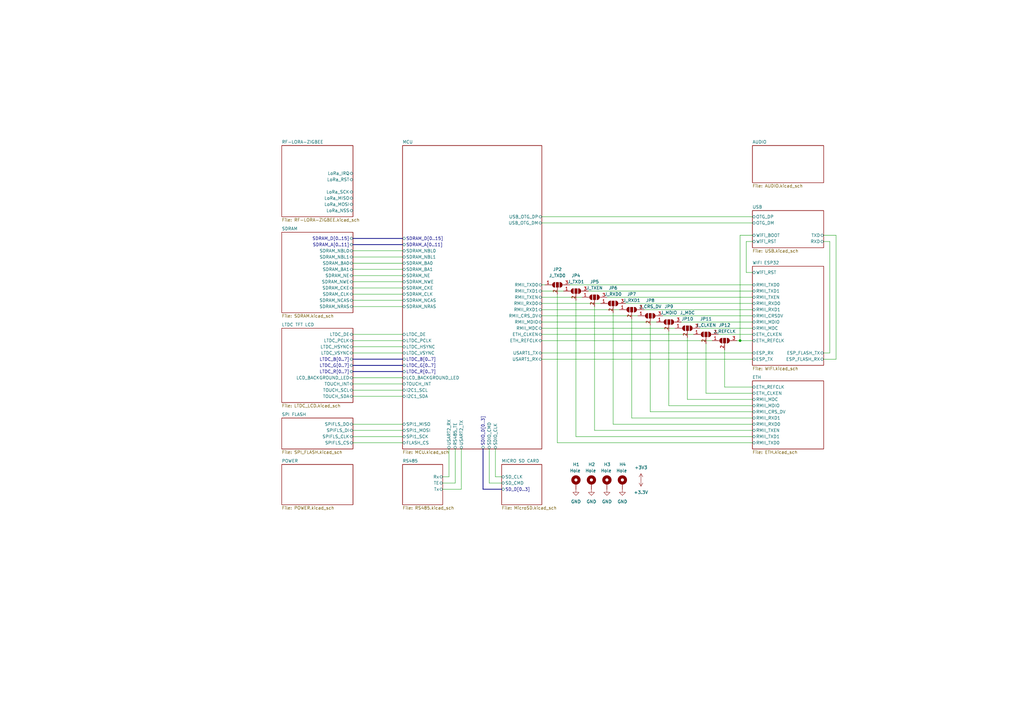
<source format=kicad_sch>
(kicad_sch (version 20211123) (generator eeschema)
  (paper "A3")
  (lib_symbols
    (symbol "Jumper:SolderJumper_3_Open" (pin_names (offset 0) hide)
      (property "Reference" "JP" (at -2.54 -2.54 0))
      (property "Value" "SolderJumper_3_Open" (at 0 2.794 0))
      (symbol "SolderJumper_3_Open_0_1"
        (arc (start -1.016 1.016) (mid -2.032 0) (end -1.016 -1.016))
        (arc (start -1.016 1.016) (mid -2.032 0) (end -1.016 -1.016) (fill (type outline)))
        (rectangle (start -0.508 1.016) (end 0.508 -1.016) (fill (type outline)))
        (polyline (pts (xy -2.54 0) (xy -2.032 0)))
        (polyline (pts (xy -1.016 1.016) (xy -1.016 -1.016)))
        (polyline (pts (xy 0 -1.27) (xy 0 -1.016)))
        (polyline (pts (xy 1.016 1.016) (xy 1.016 -1.016)))
        (polyline (pts (xy 2.54 0) (xy 2.032 0)))
        (arc (start 1.016 -1.016) (mid 2.032 0) (end 1.016 1.016))
        (arc (start 1.016 -1.016) (mid 2.032 0) (end 1.016 1.016) (fill (type outline)))
      )
      (symbol "SolderJumper_3_Open_1_1"
        (pin passive line (at -5.08 0 0) (length 2.54) (name "A") (number "1"))
        (pin passive line (at 0 -3.81 90) (length 2.54) (name "C") (number "2"))
        (pin passive line (at 5.08 0 180) (length 2.54) (name "B") (number "3"))
      )
    )
    (symbol "Mechanical:MountingHole_Pad" (pin_numbers hide) (pin_names (offset 1.016) hide)
      (property "Reference" "H" (at 0 6.35 0))
      (property "Value" "MountingHole_Pad" (at 0 4.445 0))
      (symbol "MountingHole_Pad_0_1"
        (circle (center 0 1.27) (radius 1.27) (stroke (width 1.27)))
      )
      (symbol "MountingHole_Pad_1_1"
        (pin input line (at 0 -2.54 90) (length 2.54) (name "1") (number "1"))
      )
    )
    (symbol "power:+3.3V" (power) (pin_names (offset 0))
      (property "Value" "+3.3V" (at 0 3.556 0))
      (symbol "+3.3V_0_1"
        (polyline (pts (xy -0.762 1.27) (xy 0 2.54)))
        (polyline (pts (xy 0 0) (xy 0 2.54)))
        (polyline (pts (xy 0 2.54) (xy 0.762 1.27)))
      )
      (symbol "+3.3V_1_1"
        (pin power_in line (at 0 0 90) (length 0) hide (name "+3.3V") (number "1"))
      )
    )
    (symbol "power:+3V3" (power) (pin_names (offset 0))
      (property "Value" "+3V3" (at 0 3.556 0))
      (symbol "+3V3_0_1"
        (polyline (pts (xy -0.762 1.27) (xy 0 2.54)))
        (polyline (pts (xy 0 0) (xy 0 2.54)))
        (polyline (pts (xy 0 2.54) (xy 0.762 1.27)))
      )
      (symbol "+3V3_1_1"
        (pin power_in line (at 0 0 90) (length 0) hide (name "+3V3") (number "1"))
      )
    )
    (symbol "power:GND" (power) (pin_names (offset 0))
      (property "Value" "GND" (at 0 -3.81 0))
      (symbol "GND_0_1"
        (polyline (pts (xy 0 0) (xy 0 -1.27) (xy 1.27 -1.27) (xy 0 -2.54) (xy -1.27 -1.27) (xy 0 -1.27)))
      )
      (symbol "GND_1_1"
        (pin power_in line (at 0 0 270) (length 0) hide (name "GND") (number "1"))
      )
    )
  )
  (junction (at 303.53 139.7))
  (wire (pts (xy 222.25 144.78) (xy 308.61 144.78)))
  (bus (pts (xy 144.78 147.32) (xy 165.1 147.32)))
  (wire (pts (xy 342.9 147.32) (xy 337.82 147.32)))
  (wire (pts (xy 144.78 110.49) (xy 165.1 110.49)))
  (wire (pts (xy 308.61 99.06) (xy 306.07 99.06)))
  (wire (pts (xy 222.25 127) (xy 254 127)))
  (bus (pts (xy 144.78 149.86) (xy 165.1 149.86)))
  (wire (pts (xy 222.25 134.62) (xy 276.86 134.62)))
  (wire (pts (xy 144.78 137.16) (xy 165.1 137.16)))
  (wire (pts (xy 251.46 128.27) (xy 251.46 173.99)))
  (wire (pts (xy 266.7 168.91) (xy 308.61 168.91)))
  (wire (pts (xy 222.25 88.9) (xy 308.61 88.9)))
  (wire (pts (xy 337.82 96.52) (xy 342.9 96.52)))
  (wire (pts (xy 144.78 113.03) (xy 165.1 113.03)))
  (wire (pts (xy 251.46 173.99) (xy 308.61 173.99)))
  (bus (pts (xy 198.12 184.15) (xy 198.12 200.66)))
  (wire (pts (xy 144.78 154.94) (xy 165.1 154.94)))
  (wire (pts (xy 308.61 171.45) (xy 259.08 171.45)))
  (wire (pts (xy 144.78 176.53) (xy 165.1 176.53)))
  (wire (pts (xy 264.16 127) (xy 308.61 127)))
  (wire (pts (xy 186.69 198.12) (xy 181.61 198.12)))
  (wire (pts (xy 144.78 105.41) (xy 165.1 105.41)))
  (wire (pts (xy 337.82 144.78) (xy 340.36 144.78)))
  (wire (pts (xy 222.25 91.44) (xy 308.61 91.44)))
  (wire (pts (xy 203.2 195.58) (xy 205.74 195.58)))
  (wire (pts (xy 306.07 99.06) (xy 306.07 111.76)))
  (wire (pts (xy 308.61 176.53) (xy 243.84 176.53)))
  (wire (pts (xy 144.78 118.11) (xy 165.1 118.11)))
  (wire (pts (xy 266.7 133.35) (xy 266.7 168.91)))
  (wire (pts (xy 222.25 116.84) (xy 223.52 116.84)))
  (wire (pts (xy 308.61 163.83) (xy 281.94 163.83)))
  (bus (pts (xy 144.78 152.4) (xy 165.1 152.4)))
  (wire (pts (xy 144.78 107.95) (xy 165.1 107.95)))
  (wire (pts (xy 287.02 134.62) (xy 308.61 134.62)))
  (wire (pts (xy 222.25 124.46) (xy 246.38 124.46)))
  (wire (pts (xy 200.66 184.15) (xy 200.66 198.12)))
  (wire (pts (xy 340.36 99.06) (xy 337.82 99.06)))
  (wire (pts (xy 144.78 157.48) (xy 165.1 157.48)))
  (wire (pts (xy 203.2 184.15) (xy 203.2 195.58)))
  (wire (pts (xy 222.25 132.08) (xy 269.24 132.08)))
  (wire (pts (xy 248.92 121.92) (xy 308.61 121.92)))
  (wire (pts (xy 144.78 160.02) (xy 165.1 160.02)))
  (wire (pts (xy 281.94 163.83) (xy 281.94 138.43)))
  (wire (pts (xy 294.64 137.16) (xy 308.61 137.16)))
  (wire (pts (xy 144.78 115.57) (xy 165.1 115.57)))
  (wire (pts (xy 289.56 161.29) (xy 289.56 140.97)))
  (wire (pts (xy 200.66 198.12) (xy 205.74 198.12)))
  (bus (pts (xy 144.78 100.33) (xy 165.1 100.33)))
  (wire (pts (xy 222.25 121.92) (xy 238.76 121.92)))
  (wire (pts (xy 144.78 181.61) (xy 165.1 181.61)))
  (wire (pts (xy 144.78 173.99) (xy 165.1 173.99)))
  (wire (pts (xy 144.78 102.87) (xy 165.1 102.87)))
  (wire (pts (xy 236.22 179.07) (xy 308.61 179.07)))
  (wire (pts (xy 186.69 184.15) (xy 186.69 198.12)))
  (wire (pts (xy 222.25 129.54) (xy 261.62 129.54)))
  (wire (pts (xy 308.61 158.75) (xy 297.18 158.75)))
  (wire (pts (xy 236.22 123.19) (xy 236.22 179.07)))
  (wire (pts (xy 259.08 171.45) (xy 259.08 130.81)))
  (wire (pts (xy 302.26 139.7) (xy 303.53 139.7)))
  (wire (pts (xy 279.4 132.08) (xy 308.61 132.08)))
  (wire (pts (xy 256.54 124.46) (xy 308.61 124.46)))
  (wire (pts (xy 241.3 119.38) (xy 308.61 119.38)))
  (wire (pts (xy 222.25 119.38) (xy 231.14 119.38)))
  (wire (pts (xy 297.18 158.75) (xy 297.18 143.51)))
  (wire (pts (xy 144.78 123.19) (xy 165.1 123.19)))
  (wire (pts (xy 308.61 161.29) (xy 289.56 161.29)))
  (wire (pts (xy 271.78 129.54) (xy 308.61 129.54)))
  (wire (pts (xy 144.78 139.7) (xy 165.1 139.7)))
  (wire (pts (xy 144.78 142.24) (xy 165.1 142.24)))
  (wire (pts (xy 184.15 184.15) (xy 184.15 195.58)))
  (wire (pts (xy 303.53 139.7) (xy 308.61 139.7)))
  (wire (pts (xy 144.78 162.56) (xy 165.1 162.56)))
  (wire (pts (xy 228.6 120.65) (xy 228.6 181.61)))
  (wire (pts (xy 340.36 144.78) (xy 340.36 99.06)))
  (wire (pts (xy 342.9 96.52) (xy 342.9 147.32)))
  (wire (pts (xy 228.6 181.61) (xy 308.61 181.61)))
  (wire (pts (xy 189.23 200.66) (xy 181.61 200.66)))
  (wire (pts (xy 144.78 179.07) (xy 165.1 179.07)))
  (wire (pts (xy 233.68 116.84) (xy 308.61 116.84)))
  (wire (pts (xy 303.53 96.52) (xy 303.53 139.7)))
  (wire (pts (xy 243.84 176.53) (xy 243.84 125.73)))
  (wire (pts (xy 222.25 137.16) (xy 284.48 137.16)))
  (wire (pts (xy 144.78 125.73) (xy 165.1 125.73)))
  (wire (pts (xy 222.25 147.32) (xy 308.61 147.32)))
  (wire (pts (xy 184.15 195.58) (xy 181.61 195.58)))
  (wire (pts (xy 144.78 144.78) (xy 165.1 144.78)))
  (wire (pts (xy 144.78 120.65) (xy 165.1 120.65)))
  (wire (pts (xy 222.25 139.7) (xy 292.1 139.7)))
  (wire (pts (xy 189.23 184.15) (xy 189.23 200.66)))
  (wire (pts (xy 306.07 111.76) (xy 308.61 111.76)))
  (wire (pts (xy 274.32 166.37) (xy 308.61 166.37)))
  (wire (pts (xy 308.61 96.52) (xy 303.53 96.52)))
  (bus (pts (xy 198.12 200.66) (xy 205.74 200.66)))
  (bus (pts (xy 144.78 97.79) (xy 165.1 97.79)))
  (wire (pts (xy 274.32 135.89) (xy 274.32 166.37)))
  (symbol (lib_id "Jumper:SolderJumper_3_Open") (at 297.18 139.7 0) (unit 1)
    (property "Reference" "JP12" (at 297.18 133.35 0))
    (property "Value" "J_REFCLK" (at 297.18 135.89 0))
    (property "Footprint" "Anh_Footprints:Jump3_0603_Open" (effects hide))
  )
  (symbol (lib_id "Mechanical:MountingHole_Pad") (at 248.92 198.12 0) (unit 1)
    (property "Reference" "H3" (at 247.65 190.5 0) (effects (justify left)))
    (property "Value" "Hole" (at 246.38 193.04 0) (effects (justify left)))
    (property "Footprint" "MountingHole:MountingHole_3.2mm_M3_Pad_Via" (effects hide))
  )
  (symbol (lib_id "Jumper:SolderJumper_3_Open") (at 266.7 129.54 0) (unit 1)
    (property "Reference" "JP8" (at 266.7 123.19 0))
    (property "Value" "J_CRS_DV" (at 266.7 125.73 0))
    (property "Footprint" "Anh_Footprints:Jump3_0603_Open" (effects hide))
  )
  (symbol (lib_id "Jumper:SolderJumper_3_Open") (at 289.56 137.16 0) (unit 1)
    (property "Reference" "JP11" (at 289.56 130.81 0))
    (property "Value" "J_CLKEN" (at 289.56 133.35 0))
    (property "Footprint" "Anh_Footprints:Jump3_0603_Open" (effects hide))
  )
  (symbol (lib_id "Jumper:SolderJumper_3_Open") (at 281.94 134.62 0) (unit 1)
    (property "Reference" "JP10" (at 281.94 130.81 0))
    (property "Value" "J_MDC" (at 281.94 128.27 0))
    (property "Footprint" "Anh_Footprints:Jump3_0603_Open" (effects hide))
  )
  (symbol (lib_id "power:GND") (at 255.27 200.66 0) (unit 1)
    (property "Reference" "#PWR0143" (effects hide))
    (property "Value" "GND" (at 255.27 205.74 0))
  )
  (symbol (lib_id "power:GND") (at 248.92 200.66 0) (unit 1)
    (property "Reference" "#PWR0140" (effects hide))
    (property "Value" "GND" (at 248.92 205.74 0))
  )
  (symbol (lib_id "Jumper:SolderJumper_3_Open") (at 236.22 119.38 0) (unit 1)
    (property "Reference" "JP4" (at 236.22 113.03 0))
    (property "Value" "J_TXD1" (at 236.22 115.57 0))
    (property "Footprint" "Anh_Footprints:Jump3_0603_Open" (effects hide))
  )
  (symbol (lib_id "power:+3.3V") (at 262.89 196.85 180) (unit 1)
    (property "Reference" "#PWR0184" (effects hide))
    (property "Value" "+3.3V" (at 262.89 201.93 0))
  )
  (symbol (lib_id "power:+3V3") (at 262.89 196.85 0) (unit 1)
    (property "Reference" "#PWR0183" (effects hide))
    (property "Value" "+3V3" (at 262.89 191.77 0))
  )
  (symbol (lib_id "Jumper:SolderJumper_3_Open") (at 228.6 116.84 0) (unit 1)
    (property "Reference" "JP2" (at 228.6 110.49 0))
    (property "Value" "J_TXD0" (at 228.6 113.03 0))
    (property "Footprint" "Anh_Footprints:Jump3_0603_Open" (effects hide))
  )
  (symbol (lib_id "Jumper:SolderJumper_3_Open") (at 259.08 127 0) (unit 1)
    (property "Reference" "JP7" (at 259.08 120.65 0))
    (property "Value" "J_RXD1" (at 259.08 123.19 0))
    (property "Footprint" "Anh_Footprints:Jump3_0603_Open" (effects hide))
  )
  (symbol (lib_id "Mechanical:MountingHole_Pad") (at 255.27 198.12 0) (unit 1)
    (property "Reference" "H4" (at 254 190.5 0) (effects (justify left)))
    (property "Value" "Hole" (at 252.73 193.04 0) (effects (justify left)))
    (property "Footprint" "MountingHole:MountingHole_3.2mm_M3_Pad_Via" (effects hide))
  )
  (symbol (lib_id "power:GND") (at 236.22 200.66 0) (unit 1)
    (property "Reference" "#PWR0142" (effects hide))
    (property "Value" "GND" (at 236.22 205.74 0))
  )
  (symbol (lib_id "Jumper:SolderJumper_3_Open") (at 243.84 121.92 0) (unit 1)
    (property "Reference" "JP5" (at 243.84 115.57 0))
    (property "Value" "J_TXEN" (at 243.84 118.11 0))
    (property "Footprint" "Anh_Footprints:Jump3_0603_Open" (effects hide))
  )
  (symbol (lib_id "Jumper:SolderJumper_3_Open") (at 274.32 132.08 0) (unit 1)
    (property "Reference" "JP9" (at 274.32 125.73 0))
    (property "Value" "J_MDIO" (at 274.32 128.27 0))
    (property "Footprint" "Anh_Footprints:Jump3_0603_Open" (effects hide))
  )
  (symbol (lib_id "Jumper:SolderJumper_3_Open") (at 251.46 124.46 0) (unit 1)
    (property "Reference" "JP6" (at 251.46 118.11 0))
    (property "Value" "J_RXD0" (at 251.46 120.65 0))
    (property "Footprint" "Anh_Footprints:Jump3_0603_Open" (effects hide))
  )
  (symbol (lib_id "Mechanical:MountingHole_Pad") (at 236.22 198.12 0) (unit 1)
    (property "Reference" "H1" (at 234.95 190.5 0) (effects (justify left)))
    (property "Value" "Hole" (at 233.68 193.04 0) (effects (justify left)))
    (property "Footprint" "MountingHole:MountingHole_3.2mm_M3_Pad_Via" (effects hide))
  )
  (symbol (lib_id "power:GND") (at 242.57 200.66 0) (unit 1)
    (property "Reference" "#PWR0141" (effects hide))
    (property "Value" "GND" (at 242.57 205.74 0))
  )
  (symbol (lib_id "Mechanical:MountingHole_Pad") (at 242.57 198.12 0) (unit 1)
    (property "Reference" "H2" (at 241.3 190.5 0) (effects (justify left)))
    (property "Value" "Hole" (at 240.03 193.04 0) (effects (justify left)))
    (property "Footprint" "MountingHole:MountingHole_3.2mm_M3_Pad_Via" (effects hide))
  )
  (sheet (at 165.1 190.5) (size 16.51 16.51) (stroke (width 0.1524))
    (property "Sheet name" "RS485" (at 165.1 189.7884 0) (effects (justify left bottom)))
    (property "Sheet file" "RS485.kicad_sch" (at 165.1 207.5946 0) (effects (justify left top)))
    (pin "Rx" bidirectional (at 181.61 195.58 0))
    (pin "TE" bidirectional (at 181.61 198.12 0))
    (pin "Tx" bidirectional (at 181.61 200.66 0))
  )
  (sheet (at 115.57 171.45) (size 29.21 12.7) (stroke (width 0.1524))
    (property "Sheet name" "SPI FLASH" (at 115.57 170.7384 0) (effects (justify left bottom)))
    (property "Sheet file" "SPI_FLASH.kicad_sch" (at 115.57 184.7346 0) (effects (justify left top)))
    (pin "SPIFLS_DO" bidirectional (at 144.78 173.99 0))
    (pin "SPIFLS_DI" bidirectional (at 144.78 176.53 0))
    (pin "SPIFLS_CLK" bidirectional (at 144.78 179.07 0))
    (pin "SPIFLS_CS" bidirectional (at 144.78 181.61 0))
  )
  (sheet (at 115.57 190.5) (size 29.21 16.51) (stroke (width 0.1524))
    (property "Sheet name" "POWER" (at 115.57 189.7884 0) (effects (justify left bottom)))
    (property "Sheet file" "POWER.kicad_sch" (at 115.57 207.5946 0) (effects (justify left top)))
  )
  (sheet (at 115.57 134.62) (size 29.21 30.48) (stroke (width 0.1524))
    (property "Sheet name" "LTDC TFT LCD" (at 115.57 133.9084 0) (effects (justify left bottom)))
    (property "Sheet file" "LTDC_LCD.kicad_sch" (at 115.57 165.6846 0) (effects (justify left top)))
    (pin "TOUCH_SCL" bidirectional (at 144.78 160.02 0))
    (pin "TOUCH_SDA" bidirectional (at 144.78 162.56 0))
    (pin "TOUCH_INT" bidirectional (at 144.78 157.48 0))
    (pin "LTDC_G[0..7]" bidirectional (at 144.78 149.86 0))
    (pin "LTDC_R[0..7]" bidirectional (at 144.78 152.4 0))
    (pin "LTDC_B[0..7]" bidirectional (at 144.78 147.32 0))
    (pin "LCD_BACKGROUND_LED" bidirectional (at 144.78 154.94 0))
    (pin "LTDC_VSYNC" bidirectional (at 144.78 144.78 0))
    (pin "LTDC_PCLK" bidirectional (at 144.78 139.7 0))
    (pin "LTDC_HSYNC" bidirectional (at 144.78 142.24 0))
    (pin "LTDC_DE" bidirectional (at 144.78 137.16 0))
  )
  (sheet (at 165.1 59.69) (size 57.15 124.46) (stroke (width 0.1524))
    (property "Sheet name" "MCU" (at 165.1 58.9784 0) (effects (justify left bottom)))
    (property "Sheet file" "MCU.kicad_sch" (at 165.1 184.7346 0) (effects (justify left top)))
    (pin "SDRAM_A[0..11]" bidirectional (at 165.1 100.33 180))
    (pin "SDRAM_D[0..15]" bidirectional (at 165.1 97.79 180))
    (pin "SDRAM_NBL1" bidirectional (at 165.1 105.41 180))
    (pin "SDRAM_NBL0" bidirectional (at 165.1 102.87 180))
    (pin "SDRAM_CLK" bidirectional (at 165.1 120.65 180))
    (pin "SDRAM_NCAS" bidirectional (at 165.1 123.19 180))
    (pin "SDRAM_NRAS" bidirectional (at 165.1 125.73 180))
    (pin "USB_OTG_DM" bidirectional (at 222.25 91.44 0))
    (pin "USB_OTG_DP" bidirectional (at 222.25 88.9 0))
    (pin "SDRAM_NE" bidirectional (at 165.1 113.03 180))
    (pin "SDRAM_NWE" bidirectional (at 165.1 115.57 180))
    (pin "SDRAM_CKE" bidirectional (at 165.1 118.11 180))
    (pin "SDRAM_BA0" bidirectional (at 165.1 107.95 180))
    (pin "SDRAM_BA1" bidirectional (at 165.1 110.49 180))
    (pin "LTDC_DE" bidirectional (at 165.1 137.16 180))
    (pin "LTDC_PCLK" bidirectional (at 165.1 139.7 180))
    (pin "LTDC_G[0..7]" bidirectional (at 165.1 149.86 180))
    (pin "LTDC_B[0..7]" bidirectional (at 165.1 147.32 180))
    (pin "LTDC_R[0..7]" bidirectional (at 165.1 152.4 180))
    (pin "LTDC_HSYNC" bidirectional (at 165.1 142.24 180))
    (pin "LTDC_VSYNC" bidirectional (at 165.1 144.78 180))
    (pin "TOUCH_INT" bidirectional (at 165.1 157.48 180))
    (pin "I2C1_SCL" bidirectional (at 165.1 160.02 180))
    (pin "I2C1_SDA" bidirectional (at 165.1 162.56 180))
    (pin "LCD_BACKGROUND_LED" bidirectional (at 165.1 154.94 180))
    (pin "FLASH_CS" bidirectional (at 165.1 181.61 180))
    (pin "SPI1_SCK" bidirectional (at 165.1 179.07 180))
    (pin "SPI1_MISO" bidirectional (at 165.1 173.99 180))
    (pin "SPI1_MOSI" bidirectional (at 165.1 176.53 180))
    (pin "SDIO_CLK" bidirectional (at 203.2 184.15 270))
    (pin "SDIO_CMD" bidirectional (at 200.66 184.15 270))
    (pin "SDIO_D[0..3]" bidirectional (at 198.12 184.15 270))
    (pin "USART1_TX" bidirectional (at 222.25 144.78 0))
    (pin "USART1_RX" bidirectional (at 222.25 147.32 0))
    (pin "ETH_REFCLK" bidirectional (at 222.25 139.7 0))
    (pin "RMII_MDIO" bidirectional (at 222.25 132.08 0))
    (pin "RMII_TXEN" bidirectional (at 222.25 121.92 0))
    (pin "ETH_CLKEN" bidirectional (at 222.25 137.16 0))
    (pin "RMII_CRS_DV" bidirectional (at 222.25 129.54 0))
    (pin "RMII_RXD0" bidirectional (at 222.25 124.46 0))
    (pin "RMII_RXD1" bidirectional (at 222.25 127 0))
    (pin "RMII_TXD0" bidirectional (at 222.25 116.84 0))
    (pin "RMII_TXD1" bidirectional (at 222.25 119.38 0))
    (pin "RMII_MDC" bidirectional (at 222.25 134.62 0))
    (pin "USART2_RX" bidirectional (at 184.15 184.15 270))
    (pin "USART2_TX" bidirectional (at 189.23 184.15 270))
    (pin "RS485_TE" bidirectional (at 186.69 184.15 270))
  )
  (sheet (at 308.61 109.22) (size 29.21 40.64) (stroke (width 0.1524))
    (property "Sheet name" "WIFI ESP32" (at 308.61 108.5084 0) (effects (justify left bottom)))
    (property "Sheet file" "WIFI.kicad_sch" (at 308.61 150.4446 0) (effects (justify left top)))
    (pin "ESP_TX" bidirectional (at 308.61 147.32 180))
    (pin "ESP_RX" bidirectional (at 308.61 144.78 180))
    (pin "RMII_RXD0" bidirectional (at 308.61 124.46 180))
    (pin "ESP_FLASH_TX" bidirectional (at 337.82 144.78 0))
    (pin "ESP_FLASH_RX" bidirectional (at 337.82 147.32 0))
    (pin "RMII_TXD1" bidirectional (at 308.61 119.38 180))
    (pin "RMII_TXEN" bidirectional (at 308.61 121.92 180))
    (pin "RMII_TXD0" bidirectional (at 308.61 116.84 180))
    (pin "RMII_MDC" bidirectional (at 308.61 134.62 180))
    (pin "RMII_MDIO" bidirectional (at 308.61 132.08 180))
    (pin "ETH_CLKEN" bidirectional (at 308.61 137.16 180))
    (pin "RMII_CRSDV" bidirectional (at 308.61 129.54 180))
    (pin "RMII_RXD1" bidirectional (at 308.61 127 180))
    (pin "ETH_REFCLK" bidirectional (at 308.61 139.7 180))
    (pin "WiFi_RST" bidirectional (at 308.61 111.76 180))
  )
  (sheet (at 205.74 190.5) (size 16.51 16.51) (stroke (width 0.1524))
    (property "Sheet name" "MICRO SD CARD" (at 205.74 189.7884 0) (effects (justify left bottom)))
    (property "Sheet file" "MicroSD.kicad_sch" (at 205.74 207.5946 0) (effects (justify left top)))
    (pin "SD_CLK" bidirectional (at 205.74 195.58 180))
    (pin "SD_CMD" bidirectional (at 205.74 198.12 180))
    (pin "SD_D[0..3]" bidirectional (at 205.74 200.66 180))
  )
  (sheet (at 308.61 86.36) (size 29.21 15.24) (stroke (width 0.1524))
    (property "Sheet name" "USB" (at 308.61 85.6484 0) (effects (justify left bottom)))
    (property "Sheet file" "USB.kicad_sch" (at 308.61 102.1846 0) (effects (justify left top)))
    (pin "OTG_DP" bidirectional (at 308.61 88.9 180))
    (pin "OTG_DM" bidirectional (at 308.61 91.44 180))
    (pin "RXD" bidirectional (at 337.82 99.06 0))
    (pin "TXD" bidirectional (at 337.82 96.52 0))
    (pin "WiFi_BOOT" bidirectional (at 308.61 96.52 180))
    (pin "WiFi_RST" bidirectional (at 308.61 99.06 180))
  )
  (sheet (at 115.57 95.25) (size 29.21 33.02) (stroke (width 0.1524))
    (property "Sheet name" "SDRAM" (at 115.57 94.5384 0) (effects (justify left bottom)))
    (property "Sheet file" "SDRAM.kicad_sch" (at 115.57 128.8546 0) (effects (justify left top)))
    (pin "SDRAM_D[0..15]" bidirectional (at 144.78 97.79 0))
    (pin "SDRAM_A[0..11]" bidirectional (at 144.78 100.33 0))
    (pin "SDRAM_NE" bidirectional (at 144.78 113.03 0))
    (pin "SDRAM_CKE" bidirectional (at 144.78 118.11 0))
    (pin "SDRAM_NBL1" bidirectional (at 144.78 105.41 0))
    (pin "SDRAM_NWE" bidirectional (at 144.78 115.57 0))
    (pin "SDRAM_NCAS" bidirectional (at 144.78 123.19 0))
    (pin "SDRAM_NRAS" bidirectional (at 144.78 125.73 0))
    (pin "SDRAM_NBL0" bidirectional (at 144.78 102.87 0))
    (pin "SDRAM_CLK" bidirectional (at 144.78 120.65 0))
    (pin "SDRAM_BA0" bidirectional (at 144.78 107.95 0))
    (pin "SDRAM_BA1" bidirectional (at 144.78 110.49 0))
  )
  (sheet (at 115.57 59.69) (size 29.21 29.21) (stroke (width 0.1524))
    (property "Sheet name" "RF-LORA-ZIGBEE" (at 115.57 58.9784 0) (effects (justify left bottom)))
    (property "Sheet file" "RF-LORA-ZIGBEE.kicad_sch" (at 115.57 89.4846 0) (effects (justify left top)))
    (pin "LoRa_IRQ" bidirectional (at 144.78 71.12 0))
    (pin "LoRa_SCK" bidirectional (at 144.78 78.74 0))
    (pin "LoRa_RST" bidirectional (at 144.78 73.66 0))
    (pin "LoRa_MISO" bidirectional (at 144.78 81.28 0))
    (pin "LoRa_MOSI" bidirectional (at 144.78 83.82 0))
    (pin "LoRa_NSS" bidirectional (at 144.78 86.36 0))
  )
  (sheet (at 308.61 59.69) (size 29.21 15.24) (stroke (width 0.1524))
    (property "Sheet name" "AUDIO" (at 308.61 58.9784 0) (effects (justify left bottom)))
    (property "Sheet file" "AUDIO.kicad_sch" (at 308.61 75.5146 0) (effects (justify left top)))
  )
  (sheet (at 308.61 156.21) (size 29.21 27.94) (stroke (width 0.1524))
    (property "Sheet name" "ETH" (at 308.61 155.4984 0) (effects (justify left bottom)))
    (property "Sheet file" "ETH.kicad_sch" (at 308.61 184.7346 0) (effects (justify left top)))
    (pin "RMII_TXD0" bidirectional (at 308.61 181.61 180))
    (pin "RMII_TXD1" bidirectional (at 308.61 179.07 180))
    (pin "RMII_TXEN" bidirectional (at 308.61 176.53 180))
    (pin "RMII_RXD0" bidirectional (at 308.61 173.99 180))
    (pin "RMII_MDIO" bidirectional (at 308.61 166.37 180))
    (pin "ETH_REFCLK" bidirectional (at 308.61 158.75 180))
    (pin "RMII_MDC" bidirectional (at 308.61 163.83 180))
    (pin "RMII_CRS_DV" bidirectional (at 308.61 168.91 180))
    (pin "RMII_RXD1" bidirectional (at 308.61 171.45 180))
    (pin "ETH_CLKEN" bidirectional (at 308.61 161.29 180))
  )
)
</source>
